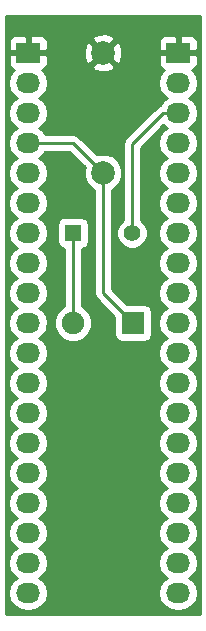
<source format=gbr>
G04 #@! TF.FileFunction,Copper,L1,Top,Signal*
%FSLAX46Y46*%
G04 Gerber Fmt 4.6, Leading zero omitted, Abs format (unit mm)*
G04 Created by KiCad (PCBNEW 4.0.3+e1-6302~38~ubuntu16.04.1-stable) date Thu Aug 25 17:12:51 2016*
%MOMM*%
%LPD*%
G01*
G04 APERTURE LIST*
%ADD10C,0.100000*%
%ADD11C,1.998980*%
%ADD12R,1.400000X1.400000*%
%ADD13C,1.400000*%
%ADD14R,1.905000X1.905000*%
%ADD15C,1.905000*%
%ADD16R,2.032000X1.727200*%
%ADD17O,2.032000X1.727200*%
%ADD18C,0.250000*%
%ADD19C,0.254000*%
G04 APERTURE END LIST*
D10*
D11*
X92710000Y-73660000D03*
X92710000Y-63500000D03*
D12*
X90170000Y-78740000D03*
D13*
X95170000Y-78740000D03*
D14*
X95250000Y-86360000D03*
D15*
X90170000Y-86360000D03*
D16*
X99060000Y-63500000D03*
D17*
X99060000Y-66040000D03*
X99060000Y-68580000D03*
X99060000Y-71120000D03*
X99060000Y-73660000D03*
X99060000Y-76200000D03*
X99060000Y-78740000D03*
X99060000Y-81280000D03*
X99060000Y-83820000D03*
X99060000Y-86360000D03*
X99060000Y-88900000D03*
X99060000Y-91440000D03*
X99060000Y-93980000D03*
X99060000Y-96520000D03*
X99060000Y-99060000D03*
X99060000Y-101600000D03*
X99060000Y-104140000D03*
X99060000Y-106680000D03*
X99060000Y-109220000D03*
D16*
X86360000Y-63500000D03*
D17*
X86360000Y-66040000D03*
X86360000Y-68580000D03*
X86360000Y-71120000D03*
X86360000Y-73660000D03*
X86360000Y-76200000D03*
X86360000Y-78740000D03*
X86360000Y-81280000D03*
X86360000Y-83820000D03*
X86360000Y-86360000D03*
X86360000Y-88900000D03*
X86360000Y-91440000D03*
X86360000Y-93980000D03*
X86360000Y-96520000D03*
X86360000Y-99060000D03*
X86360000Y-101600000D03*
X86360000Y-104140000D03*
X86360000Y-106680000D03*
X86360000Y-109220000D03*
D18*
X90170000Y-78740000D02*
X90170000Y-86360000D01*
X99060000Y-68580000D02*
X97790000Y-68580000D01*
X95170000Y-71200000D02*
X95170000Y-78740000D01*
X97790000Y-68580000D02*
X95170000Y-71200000D01*
X92710000Y-73660000D02*
X92710000Y-83820000D01*
X92710000Y-83820000D02*
X95250000Y-86360000D01*
X86360000Y-71120000D02*
X90170000Y-71120000D01*
X90170000Y-71120000D02*
X92710000Y-73660000D01*
D19*
G36*
X100890000Y-111050000D02*
X84530000Y-111050000D01*
X84530000Y-66040000D01*
X84676655Y-66040000D01*
X84790729Y-66613489D01*
X85115585Y-67099670D01*
X85430366Y-67310000D01*
X85115585Y-67520330D01*
X84790729Y-68006511D01*
X84676655Y-68580000D01*
X84790729Y-69153489D01*
X85115585Y-69639670D01*
X85430366Y-69850000D01*
X85115585Y-70060330D01*
X84790729Y-70546511D01*
X84676655Y-71120000D01*
X84790729Y-71693489D01*
X85115585Y-72179670D01*
X85430366Y-72390000D01*
X85115585Y-72600330D01*
X84790729Y-73086511D01*
X84676655Y-73660000D01*
X84790729Y-74233489D01*
X85115585Y-74719670D01*
X85430366Y-74930000D01*
X85115585Y-75140330D01*
X84790729Y-75626511D01*
X84676655Y-76200000D01*
X84790729Y-76773489D01*
X85115585Y-77259670D01*
X85430366Y-77470000D01*
X85115585Y-77680330D01*
X84790729Y-78166511D01*
X84676655Y-78740000D01*
X84790729Y-79313489D01*
X85115585Y-79799670D01*
X85430366Y-80010000D01*
X85115585Y-80220330D01*
X84790729Y-80706511D01*
X84676655Y-81280000D01*
X84790729Y-81853489D01*
X85115585Y-82339670D01*
X85430366Y-82550000D01*
X85115585Y-82760330D01*
X84790729Y-83246511D01*
X84676655Y-83820000D01*
X84790729Y-84393489D01*
X85115585Y-84879670D01*
X85430366Y-85090000D01*
X85115585Y-85300330D01*
X84790729Y-85786511D01*
X84676655Y-86360000D01*
X84790729Y-86933489D01*
X85115585Y-87419670D01*
X85430366Y-87630000D01*
X85115585Y-87840330D01*
X84790729Y-88326511D01*
X84676655Y-88900000D01*
X84790729Y-89473489D01*
X85115585Y-89959670D01*
X85430366Y-90170000D01*
X85115585Y-90380330D01*
X84790729Y-90866511D01*
X84676655Y-91440000D01*
X84790729Y-92013489D01*
X85115585Y-92499670D01*
X85430366Y-92710000D01*
X85115585Y-92920330D01*
X84790729Y-93406511D01*
X84676655Y-93980000D01*
X84790729Y-94553489D01*
X85115585Y-95039670D01*
X85430366Y-95250000D01*
X85115585Y-95460330D01*
X84790729Y-95946511D01*
X84676655Y-96520000D01*
X84790729Y-97093489D01*
X85115585Y-97579670D01*
X85430366Y-97790000D01*
X85115585Y-98000330D01*
X84790729Y-98486511D01*
X84676655Y-99060000D01*
X84790729Y-99633489D01*
X85115585Y-100119670D01*
X85430366Y-100330000D01*
X85115585Y-100540330D01*
X84790729Y-101026511D01*
X84676655Y-101600000D01*
X84790729Y-102173489D01*
X85115585Y-102659670D01*
X85430366Y-102870000D01*
X85115585Y-103080330D01*
X84790729Y-103566511D01*
X84676655Y-104140000D01*
X84790729Y-104713489D01*
X85115585Y-105199670D01*
X85430366Y-105410000D01*
X85115585Y-105620330D01*
X84790729Y-106106511D01*
X84676655Y-106680000D01*
X84790729Y-107253489D01*
X85115585Y-107739670D01*
X85430366Y-107950000D01*
X85115585Y-108160330D01*
X84790729Y-108646511D01*
X84676655Y-109220000D01*
X84790729Y-109793489D01*
X85115585Y-110279670D01*
X85601766Y-110604526D01*
X86175255Y-110718600D01*
X86544745Y-110718600D01*
X87118234Y-110604526D01*
X87604415Y-110279670D01*
X87929271Y-109793489D01*
X88043345Y-109220000D01*
X87929271Y-108646511D01*
X87604415Y-108160330D01*
X87289634Y-107950000D01*
X87604415Y-107739670D01*
X87929271Y-107253489D01*
X88043345Y-106680000D01*
X87929271Y-106106511D01*
X87604415Y-105620330D01*
X87289634Y-105410000D01*
X87604415Y-105199670D01*
X87929271Y-104713489D01*
X88043345Y-104140000D01*
X87929271Y-103566511D01*
X87604415Y-103080330D01*
X87289634Y-102870000D01*
X87604415Y-102659670D01*
X87929271Y-102173489D01*
X88043345Y-101600000D01*
X87929271Y-101026511D01*
X87604415Y-100540330D01*
X87289634Y-100330000D01*
X87604415Y-100119670D01*
X87929271Y-99633489D01*
X88043345Y-99060000D01*
X87929271Y-98486511D01*
X87604415Y-98000330D01*
X87289634Y-97790000D01*
X87604415Y-97579670D01*
X87929271Y-97093489D01*
X88043345Y-96520000D01*
X87929271Y-95946511D01*
X87604415Y-95460330D01*
X87289634Y-95250000D01*
X87604415Y-95039670D01*
X87929271Y-94553489D01*
X88043345Y-93980000D01*
X87929271Y-93406511D01*
X87604415Y-92920330D01*
X87289634Y-92710000D01*
X87604415Y-92499670D01*
X87929271Y-92013489D01*
X88043345Y-91440000D01*
X87929271Y-90866511D01*
X87604415Y-90380330D01*
X87289634Y-90170000D01*
X87604415Y-89959670D01*
X87929271Y-89473489D01*
X88043345Y-88900000D01*
X87929271Y-88326511D01*
X87604415Y-87840330D01*
X87289634Y-87630000D01*
X87604415Y-87419670D01*
X87929271Y-86933489D01*
X87980809Y-86674388D01*
X88582225Y-86674388D01*
X88823398Y-87258072D01*
X89269579Y-87705032D01*
X89852841Y-87947224D01*
X90484388Y-87947775D01*
X91068072Y-87706602D01*
X91515032Y-87260421D01*
X91757224Y-86677159D01*
X91757775Y-86045612D01*
X91516602Y-85461928D01*
X91070421Y-85014968D01*
X90930000Y-84956660D01*
X90930000Y-80076150D01*
X91105317Y-80043162D01*
X91321441Y-79904090D01*
X91466431Y-79691890D01*
X91517440Y-79440000D01*
X91517440Y-78040000D01*
X91473162Y-77804683D01*
X91334090Y-77588559D01*
X91121890Y-77443569D01*
X90870000Y-77392560D01*
X89470000Y-77392560D01*
X89234683Y-77436838D01*
X89018559Y-77575910D01*
X88873569Y-77788110D01*
X88822560Y-78040000D01*
X88822560Y-79440000D01*
X88866838Y-79675317D01*
X89005910Y-79891441D01*
X89218110Y-80036431D01*
X89410000Y-80075290D01*
X89410000Y-84956348D01*
X89271928Y-85013398D01*
X88824968Y-85459579D01*
X88582776Y-86042841D01*
X88582225Y-86674388D01*
X87980809Y-86674388D01*
X88043345Y-86360000D01*
X87929271Y-85786511D01*
X87604415Y-85300330D01*
X87289634Y-85090000D01*
X87604415Y-84879670D01*
X87929271Y-84393489D01*
X88043345Y-83820000D01*
X87929271Y-83246511D01*
X87604415Y-82760330D01*
X87289634Y-82550000D01*
X87604415Y-82339670D01*
X87929271Y-81853489D01*
X88043345Y-81280000D01*
X87929271Y-80706511D01*
X87604415Y-80220330D01*
X87289634Y-80010000D01*
X87604415Y-79799670D01*
X87929271Y-79313489D01*
X88043345Y-78740000D01*
X87929271Y-78166511D01*
X87604415Y-77680330D01*
X87289634Y-77470000D01*
X87604415Y-77259670D01*
X87929271Y-76773489D01*
X88043345Y-76200000D01*
X87929271Y-75626511D01*
X87604415Y-75140330D01*
X87289634Y-74930000D01*
X87604415Y-74719670D01*
X87929271Y-74233489D01*
X88043345Y-73660000D01*
X87929271Y-73086511D01*
X87604415Y-72600330D01*
X87289634Y-72390000D01*
X87604415Y-72179670D01*
X87804648Y-71880000D01*
X89855198Y-71880000D01*
X91144115Y-73168917D01*
X91075794Y-73333453D01*
X91075226Y-73983694D01*
X91323538Y-74584655D01*
X91782927Y-75044846D01*
X91950000Y-75114221D01*
X91950000Y-83820000D01*
X92007852Y-84110839D01*
X92172599Y-84357401D01*
X93650060Y-85834862D01*
X93650060Y-87312500D01*
X93694338Y-87547817D01*
X93833410Y-87763941D01*
X94045610Y-87908931D01*
X94297500Y-87959940D01*
X96202500Y-87959940D01*
X96437817Y-87915662D01*
X96653941Y-87776590D01*
X96798931Y-87564390D01*
X96849940Y-87312500D01*
X96849940Y-85407500D01*
X96805662Y-85172183D01*
X96666590Y-84956059D01*
X96454390Y-84811069D01*
X96202500Y-84760060D01*
X94724862Y-84760060D01*
X93470000Y-83505198D01*
X93470000Y-79004383D01*
X93834769Y-79004383D01*
X94037582Y-79495229D01*
X94412796Y-79871098D01*
X94903287Y-80074768D01*
X95434383Y-80075231D01*
X95925229Y-79872418D01*
X96301098Y-79497204D01*
X96504768Y-79006713D01*
X96505231Y-78475617D01*
X96302418Y-77984771D01*
X95930000Y-77611703D01*
X95930000Y-71514802D01*
X97811398Y-69633404D01*
X97815585Y-69639670D01*
X98130366Y-69850000D01*
X97815585Y-70060330D01*
X97490729Y-70546511D01*
X97376655Y-71120000D01*
X97490729Y-71693489D01*
X97815585Y-72179670D01*
X98130366Y-72390000D01*
X97815585Y-72600330D01*
X97490729Y-73086511D01*
X97376655Y-73660000D01*
X97490729Y-74233489D01*
X97815585Y-74719670D01*
X98130366Y-74930000D01*
X97815585Y-75140330D01*
X97490729Y-75626511D01*
X97376655Y-76200000D01*
X97490729Y-76773489D01*
X97815585Y-77259670D01*
X98130366Y-77470000D01*
X97815585Y-77680330D01*
X97490729Y-78166511D01*
X97376655Y-78740000D01*
X97490729Y-79313489D01*
X97815585Y-79799670D01*
X98130366Y-80010000D01*
X97815585Y-80220330D01*
X97490729Y-80706511D01*
X97376655Y-81280000D01*
X97490729Y-81853489D01*
X97815585Y-82339670D01*
X98130366Y-82550000D01*
X97815585Y-82760330D01*
X97490729Y-83246511D01*
X97376655Y-83820000D01*
X97490729Y-84393489D01*
X97815585Y-84879670D01*
X98130366Y-85090000D01*
X97815585Y-85300330D01*
X97490729Y-85786511D01*
X97376655Y-86360000D01*
X97490729Y-86933489D01*
X97815585Y-87419670D01*
X98130366Y-87630000D01*
X97815585Y-87840330D01*
X97490729Y-88326511D01*
X97376655Y-88900000D01*
X97490729Y-89473489D01*
X97815585Y-89959670D01*
X98130366Y-90170000D01*
X97815585Y-90380330D01*
X97490729Y-90866511D01*
X97376655Y-91440000D01*
X97490729Y-92013489D01*
X97815585Y-92499670D01*
X98130366Y-92710000D01*
X97815585Y-92920330D01*
X97490729Y-93406511D01*
X97376655Y-93980000D01*
X97490729Y-94553489D01*
X97815585Y-95039670D01*
X98130366Y-95250000D01*
X97815585Y-95460330D01*
X97490729Y-95946511D01*
X97376655Y-96520000D01*
X97490729Y-97093489D01*
X97815585Y-97579670D01*
X98130366Y-97790000D01*
X97815585Y-98000330D01*
X97490729Y-98486511D01*
X97376655Y-99060000D01*
X97490729Y-99633489D01*
X97815585Y-100119670D01*
X98130366Y-100330000D01*
X97815585Y-100540330D01*
X97490729Y-101026511D01*
X97376655Y-101600000D01*
X97490729Y-102173489D01*
X97815585Y-102659670D01*
X98130366Y-102870000D01*
X97815585Y-103080330D01*
X97490729Y-103566511D01*
X97376655Y-104140000D01*
X97490729Y-104713489D01*
X97815585Y-105199670D01*
X98130366Y-105410000D01*
X97815585Y-105620330D01*
X97490729Y-106106511D01*
X97376655Y-106680000D01*
X97490729Y-107253489D01*
X97815585Y-107739670D01*
X98130366Y-107950000D01*
X97815585Y-108160330D01*
X97490729Y-108646511D01*
X97376655Y-109220000D01*
X97490729Y-109793489D01*
X97815585Y-110279670D01*
X98301766Y-110604526D01*
X98875255Y-110718600D01*
X99244745Y-110718600D01*
X99818234Y-110604526D01*
X100304415Y-110279670D01*
X100629271Y-109793489D01*
X100743345Y-109220000D01*
X100629271Y-108646511D01*
X100304415Y-108160330D01*
X99989634Y-107950000D01*
X100304415Y-107739670D01*
X100629271Y-107253489D01*
X100743345Y-106680000D01*
X100629271Y-106106511D01*
X100304415Y-105620330D01*
X99989634Y-105410000D01*
X100304415Y-105199670D01*
X100629271Y-104713489D01*
X100743345Y-104140000D01*
X100629271Y-103566511D01*
X100304415Y-103080330D01*
X99989634Y-102870000D01*
X100304415Y-102659670D01*
X100629271Y-102173489D01*
X100743345Y-101600000D01*
X100629271Y-101026511D01*
X100304415Y-100540330D01*
X99989634Y-100330000D01*
X100304415Y-100119670D01*
X100629271Y-99633489D01*
X100743345Y-99060000D01*
X100629271Y-98486511D01*
X100304415Y-98000330D01*
X99989634Y-97790000D01*
X100304415Y-97579670D01*
X100629271Y-97093489D01*
X100743345Y-96520000D01*
X100629271Y-95946511D01*
X100304415Y-95460330D01*
X99989634Y-95250000D01*
X100304415Y-95039670D01*
X100629271Y-94553489D01*
X100743345Y-93980000D01*
X100629271Y-93406511D01*
X100304415Y-92920330D01*
X99989634Y-92710000D01*
X100304415Y-92499670D01*
X100629271Y-92013489D01*
X100743345Y-91440000D01*
X100629271Y-90866511D01*
X100304415Y-90380330D01*
X99989634Y-90170000D01*
X100304415Y-89959670D01*
X100629271Y-89473489D01*
X100743345Y-88900000D01*
X100629271Y-88326511D01*
X100304415Y-87840330D01*
X99989634Y-87630000D01*
X100304415Y-87419670D01*
X100629271Y-86933489D01*
X100743345Y-86360000D01*
X100629271Y-85786511D01*
X100304415Y-85300330D01*
X99989634Y-85090000D01*
X100304415Y-84879670D01*
X100629271Y-84393489D01*
X100743345Y-83820000D01*
X100629271Y-83246511D01*
X100304415Y-82760330D01*
X99989634Y-82550000D01*
X100304415Y-82339670D01*
X100629271Y-81853489D01*
X100743345Y-81280000D01*
X100629271Y-80706511D01*
X100304415Y-80220330D01*
X99989634Y-80010000D01*
X100304415Y-79799670D01*
X100629271Y-79313489D01*
X100743345Y-78740000D01*
X100629271Y-78166511D01*
X100304415Y-77680330D01*
X99989634Y-77470000D01*
X100304415Y-77259670D01*
X100629271Y-76773489D01*
X100743345Y-76200000D01*
X100629271Y-75626511D01*
X100304415Y-75140330D01*
X99989634Y-74930000D01*
X100304415Y-74719670D01*
X100629271Y-74233489D01*
X100743345Y-73660000D01*
X100629271Y-73086511D01*
X100304415Y-72600330D01*
X99989634Y-72390000D01*
X100304415Y-72179670D01*
X100629271Y-71693489D01*
X100743345Y-71120000D01*
X100629271Y-70546511D01*
X100304415Y-70060330D01*
X99989634Y-69850000D01*
X100304415Y-69639670D01*
X100629271Y-69153489D01*
X100743345Y-68580000D01*
X100629271Y-68006511D01*
X100304415Y-67520330D01*
X99989634Y-67310000D01*
X100304415Y-67099670D01*
X100629271Y-66613489D01*
X100743345Y-66040000D01*
X100629271Y-65466511D01*
X100304415Y-64980330D01*
X100282220Y-64965500D01*
X100435699Y-64901927D01*
X100614327Y-64723298D01*
X100711000Y-64489909D01*
X100711000Y-63785750D01*
X100552250Y-63627000D01*
X99187000Y-63627000D01*
X99187000Y-63647000D01*
X98933000Y-63647000D01*
X98933000Y-63627000D01*
X97567750Y-63627000D01*
X97409000Y-63785750D01*
X97409000Y-64489909D01*
X97505673Y-64723298D01*
X97684301Y-64901927D01*
X97837780Y-64965500D01*
X97815585Y-64980330D01*
X97490729Y-65466511D01*
X97376655Y-66040000D01*
X97490729Y-66613489D01*
X97815585Y-67099670D01*
X98130366Y-67310000D01*
X97815585Y-67520330D01*
X97588581Y-67860065D01*
X97499161Y-67877852D01*
X97252599Y-68042599D01*
X94632599Y-70662599D01*
X94467852Y-70909161D01*
X94410000Y-71200000D01*
X94410000Y-77612345D01*
X94038902Y-77982796D01*
X93835232Y-78473287D01*
X93834769Y-79004383D01*
X93470000Y-79004383D01*
X93470000Y-75114496D01*
X93634655Y-75046462D01*
X94094846Y-74587073D01*
X94344206Y-73986547D01*
X94344774Y-73336306D01*
X94096462Y-72735345D01*
X93637073Y-72275154D01*
X93036547Y-72025794D01*
X92386306Y-72025226D01*
X92219111Y-72094309D01*
X90707401Y-70582599D01*
X90460839Y-70417852D01*
X90170000Y-70360000D01*
X87804648Y-70360000D01*
X87604415Y-70060330D01*
X87289634Y-69850000D01*
X87604415Y-69639670D01*
X87929271Y-69153489D01*
X88043345Y-68580000D01*
X87929271Y-68006511D01*
X87604415Y-67520330D01*
X87289634Y-67310000D01*
X87604415Y-67099670D01*
X87929271Y-66613489D01*
X88043345Y-66040000D01*
X87929271Y-65466511D01*
X87604415Y-64980330D01*
X87582220Y-64965500D01*
X87735699Y-64901927D01*
X87914327Y-64723298D01*
X87943792Y-64652163D01*
X91737443Y-64652163D01*
X91836042Y-64918965D01*
X92445582Y-65145401D01*
X93095377Y-65121341D01*
X93583958Y-64918965D01*
X93682557Y-64652163D01*
X92710000Y-63679605D01*
X91737443Y-64652163D01*
X87943792Y-64652163D01*
X88011000Y-64489909D01*
X88011000Y-63785750D01*
X87852250Y-63627000D01*
X86487000Y-63627000D01*
X86487000Y-63647000D01*
X86233000Y-63647000D01*
X86233000Y-63627000D01*
X84867750Y-63627000D01*
X84709000Y-63785750D01*
X84709000Y-64489909D01*
X84805673Y-64723298D01*
X84984301Y-64901927D01*
X85137780Y-64965500D01*
X85115585Y-64980330D01*
X84790729Y-65466511D01*
X84676655Y-66040000D01*
X84530000Y-66040000D01*
X84530000Y-62510091D01*
X84709000Y-62510091D01*
X84709000Y-63214250D01*
X84867750Y-63373000D01*
X86233000Y-63373000D01*
X86233000Y-62160150D01*
X86487000Y-62160150D01*
X86487000Y-63373000D01*
X87852250Y-63373000D01*
X87989668Y-63235582D01*
X91064599Y-63235582D01*
X91088659Y-63885377D01*
X91291035Y-64373958D01*
X91557837Y-64472557D01*
X92530395Y-63500000D01*
X92889605Y-63500000D01*
X93862163Y-64472557D01*
X94128965Y-64373958D01*
X94355401Y-63764418D01*
X94331341Y-63114623D01*
X94128965Y-62626042D01*
X93862163Y-62527443D01*
X92889605Y-63500000D01*
X92530395Y-63500000D01*
X91557837Y-62527443D01*
X91291035Y-62626042D01*
X91064599Y-63235582D01*
X87989668Y-63235582D01*
X88011000Y-63214250D01*
X88011000Y-62510091D01*
X87943793Y-62347837D01*
X91737443Y-62347837D01*
X92710000Y-63320395D01*
X93520303Y-62510091D01*
X97409000Y-62510091D01*
X97409000Y-63214250D01*
X97567750Y-63373000D01*
X98933000Y-63373000D01*
X98933000Y-62160150D01*
X99187000Y-62160150D01*
X99187000Y-63373000D01*
X100552250Y-63373000D01*
X100711000Y-63214250D01*
X100711000Y-62510091D01*
X100614327Y-62276702D01*
X100435699Y-62098073D01*
X100202310Y-62001400D01*
X99345750Y-62001400D01*
X99187000Y-62160150D01*
X98933000Y-62160150D01*
X98774250Y-62001400D01*
X97917690Y-62001400D01*
X97684301Y-62098073D01*
X97505673Y-62276702D01*
X97409000Y-62510091D01*
X93520303Y-62510091D01*
X93682557Y-62347837D01*
X93583958Y-62081035D01*
X92974418Y-61854599D01*
X92324623Y-61878659D01*
X91836042Y-62081035D01*
X91737443Y-62347837D01*
X87943793Y-62347837D01*
X87914327Y-62276702D01*
X87735699Y-62098073D01*
X87502310Y-62001400D01*
X86645750Y-62001400D01*
X86487000Y-62160150D01*
X86233000Y-62160150D01*
X86074250Y-62001400D01*
X85217690Y-62001400D01*
X84984301Y-62098073D01*
X84805673Y-62276702D01*
X84709000Y-62510091D01*
X84530000Y-62510091D01*
X84530000Y-60400000D01*
X100890000Y-60400000D01*
X100890000Y-111050000D01*
X100890000Y-111050000D01*
G37*
X100890000Y-111050000D02*
X84530000Y-111050000D01*
X84530000Y-66040000D01*
X84676655Y-66040000D01*
X84790729Y-66613489D01*
X85115585Y-67099670D01*
X85430366Y-67310000D01*
X85115585Y-67520330D01*
X84790729Y-68006511D01*
X84676655Y-68580000D01*
X84790729Y-69153489D01*
X85115585Y-69639670D01*
X85430366Y-69850000D01*
X85115585Y-70060330D01*
X84790729Y-70546511D01*
X84676655Y-71120000D01*
X84790729Y-71693489D01*
X85115585Y-72179670D01*
X85430366Y-72390000D01*
X85115585Y-72600330D01*
X84790729Y-73086511D01*
X84676655Y-73660000D01*
X84790729Y-74233489D01*
X85115585Y-74719670D01*
X85430366Y-74930000D01*
X85115585Y-75140330D01*
X84790729Y-75626511D01*
X84676655Y-76200000D01*
X84790729Y-76773489D01*
X85115585Y-77259670D01*
X85430366Y-77470000D01*
X85115585Y-77680330D01*
X84790729Y-78166511D01*
X84676655Y-78740000D01*
X84790729Y-79313489D01*
X85115585Y-79799670D01*
X85430366Y-80010000D01*
X85115585Y-80220330D01*
X84790729Y-80706511D01*
X84676655Y-81280000D01*
X84790729Y-81853489D01*
X85115585Y-82339670D01*
X85430366Y-82550000D01*
X85115585Y-82760330D01*
X84790729Y-83246511D01*
X84676655Y-83820000D01*
X84790729Y-84393489D01*
X85115585Y-84879670D01*
X85430366Y-85090000D01*
X85115585Y-85300330D01*
X84790729Y-85786511D01*
X84676655Y-86360000D01*
X84790729Y-86933489D01*
X85115585Y-87419670D01*
X85430366Y-87630000D01*
X85115585Y-87840330D01*
X84790729Y-88326511D01*
X84676655Y-88900000D01*
X84790729Y-89473489D01*
X85115585Y-89959670D01*
X85430366Y-90170000D01*
X85115585Y-90380330D01*
X84790729Y-90866511D01*
X84676655Y-91440000D01*
X84790729Y-92013489D01*
X85115585Y-92499670D01*
X85430366Y-92710000D01*
X85115585Y-92920330D01*
X84790729Y-93406511D01*
X84676655Y-93980000D01*
X84790729Y-94553489D01*
X85115585Y-95039670D01*
X85430366Y-95250000D01*
X85115585Y-95460330D01*
X84790729Y-95946511D01*
X84676655Y-96520000D01*
X84790729Y-97093489D01*
X85115585Y-97579670D01*
X85430366Y-97790000D01*
X85115585Y-98000330D01*
X84790729Y-98486511D01*
X84676655Y-99060000D01*
X84790729Y-99633489D01*
X85115585Y-100119670D01*
X85430366Y-100330000D01*
X85115585Y-100540330D01*
X84790729Y-101026511D01*
X84676655Y-101600000D01*
X84790729Y-102173489D01*
X85115585Y-102659670D01*
X85430366Y-102870000D01*
X85115585Y-103080330D01*
X84790729Y-103566511D01*
X84676655Y-104140000D01*
X84790729Y-104713489D01*
X85115585Y-105199670D01*
X85430366Y-105410000D01*
X85115585Y-105620330D01*
X84790729Y-106106511D01*
X84676655Y-106680000D01*
X84790729Y-107253489D01*
X85115585Y-107739670D01*
X85430366Y-107950000D01*
X85115585Y-108160330D01*
X84790729Y-108646511D01*
X84676655Y-109220000D01*
X84790729Y-109793489D01*
X85115585Y-110279670D01*
X85601766Y-110604526D01*
X86175255Y-110718600D01*
X86544745Y-110718600D01*
X87118234Y-110604526D01*
X87604415Y-110279670D01*
X87929271Y-109793489D01*
X88043345Y-109220000D01*
X87929271Y-108646511D01*
X87604415Y-108160330D01*
X87289634Y-107950000D01*
X87604415Y-107739670D01*
X87929271Y-107253489D01*
X88043345Y-106680000D01*
X87929271Y-106106511D01*
X87604415Y-105620330D01*
X87289634Y-105410000D01*
X87604415Y-105199670D01*
X87929271Y-104713489D01*
X88043345Y-104140000D01*
X87929271Y-103566511D01*
X87604415Y-103080330D01*
X87289634Y-102870000D01*
X87604415Y-102659670D01*
X87929271Y-102173489D01*
X88043345Y-101600000D01*
X87929271Y-101026511D01*
X87604415Y-100540330D01*
X87289634Y-100330000D01*
X87604415Y-100119670D01*
X87929271Y-99633489D01*
X88043345Y-99060000D01*
X87929271Y-98486511D01*
X87604415Y-98000330D01*
X87289634Y-97790000D01*
X87604415Y-97579670D01*
X87929271Y-97093489D01*
X88043345Y-96520000D01*
X87929271Y-95946511D01*
X87604415Y-95460330D01*
X87289634Y-95250000D01*
X87604415Y-95039670D01*
X87929271Y-94553489D01*
X88043345Y-93980000D01*
X87929271Y-93406511D01*
X87604415Y-92920330D01*
X87289634Y-92710000D01*
X87604415Y-92499670D01*
X87929271Y-92013489D01*
X88043345Y-91440000D01*
X87929271Y-90866511D01*
X87604415Y-90380330D01*
X87289634Y-90170000D01*
X87604415Y-89959670D01*
X87929271Y-89473489D01*
X88043345Y-88900000D01*
X87929271Y-88326511D01*
X87604415Y-87840330D01*
X87289634Y-87630000D01*
X87604415Y-87419670D01*
X87929271Y-86933489D01*
X87980809Y-86674388D01*
X88582225Y-86674388D01*
X88823398Y-87258072D01*
X89269579Y-87705032D01*
X89852841Y-87947224D01*
X90484388Y-87947775D01*
X91068072Y-87706602D01*
X91515032Y-87260421D01*
X91757224Y-86677159D01*
X91757775Y-86045612D01*
X91516602Y-85461928D01*
X91070421Y-85014968D01*
X90930000Y-84956660D01*
X90930000Y-80076150D01*
X91105317Y-80043162D01*
X91321441Y-79904090D01*
X91466431Y-79691890D01*
X91517440Y-79440000D01*
X91517440Y-78040000D01*
X91473162Y-77804683D01*
X91334090Y-77588559D01*
X91121890Y-77443569D01*
X90870000Y-77392560D01*
X89470000Y-77392560D01*
X89234683Y-77436838D01*
X89018559Y-77575910D01*
X88873569Y-77788110D01*
X88822560Y-78040000D01*
X88822560Y-79440000D01*
X88866838Y-79675317D01*
X89005910Y-79891441D01*
X89218110Y-80036431D01*
X89410000Y-80075290D01*
X89410000Y-84956348D01*
X89271928Y-85013398D01*
X88824968Y-85459579D01*
X88582776Y-86042841D01*
X88582225Y-86674388D01*
X87980809Y-86674388D01*
X88043345Y-86360000D01*
X87929271Y-85786511D01*
X87604415Y-85300330D01*
X87289634Y-85090000D01*
X87604415Y-84879670D01*
X87929271Y-84393489D01*
X88043345Y-83820000D01*
X87929271Y-83246511D01*
X87604415Y-82760330D01*
X87289634Y-82550000D01*
X87604415Y-82339670D01*
X87929271Y-81853489D01*
X88043345Y-81280000D01*
X87929271Y-80706511D01*
X87604415Y-80220330D01*
X87289634Y-80010000D01*
X87604415Y-79799670D01*
X87929271Y-79313489D01*
X88043345Y-78740000D01*
X87929271Y-78166511D01*
X87604415Y-77680330D01*
X87289634Y-77470000D01*
X87604415Y-77259670D01*
X87929271Y-76773489D01*
X88043345Y-76200000D01*
X87929271Y-75626511D01*
X87604415Y-75140330D01*
X87289634Y-74930000D01*
X87604415Y-74719670D01*
X87929271Y-74233489D01*
X88043345Y-73660000D01*
X87929271Y-73086511D01*
X87604415Y-72600330D01*
X87289634Y-72390000D01*
X87604415Y-72179670D01*
X87804648Y-71880000D01*
X89855198Y-71880000D01*
X91144115Y-73168917D01*
X91075794Y-73333453D01*
X91075226Y-73983694D01*
X91323538Y-74584655D01*
X91782927Y-75044846D01*
X91950000Y-75114221D01*
X91950000Y-83820000D01*
X92007852Y-84110839D01*
X92172599Y-84357401D01*
X93650060Y-85834862D01*
X93650060Y-87312500D01*
X93694338Y-87547817D01*
X93833410Y-87763941D01*
X94045610Y-87908931D01*
X94297500Y-87959940D01*
X96202500Y-87959940D01*
X96437817Y-87915662D01*
X96653941Y-87776590D01*
X96798931Y-87564390D01*
X96849940Y-87312500D01*
X96849940Y-85407500D01*
X96805662Y-85172183D01*
X96666590Y-84956059D01*
X96454390Y-84811069D01*
X96202500Y-84760060D01*
X94724862Y-84760060D01*
X93470000Y-83505198D01*
X93470000Y-79004383D01*
X93834769Y-79004383D01*
X94037582Y-79495229D01*
X94412796Y-79871098D01*
X94903287Y-80074768D01*
X95434383Y-80075231D01*
X95925229Y-79872418D01*
X96301098Y-79497204D01*
X96504768Y-79006713D01*
X96505231Y-78475617D01*
X96302418Y-77984771D01*
X95930000Y-77611703D01*
X95930000Y-71514802D01*
X97811398Y-69633404D01*
X97815585Y-69639670D01*
X98130366Y-69850000D01*
X97815585Y-70060330D01*
X97490729Y-70546511D01*
X97376655Y-71120000D01*
X97490729Y-71693489D01*
X97815585Y-72179670D01*
X98130366Y-72390000D01*
X97815585Y-72600330D01*
X97490729Y-73086511D01*
X97376655Y-73660000D01*
X97490729Y-74233489D01*
X97815585Y-74719670D01*
X98130366Y-74930000D01*
X97815585Y-75140330D01*
X97490729Y-75626511D01*
X97376655Y-76200000D01*
X97490729Y-76773489D01*
X97815585Y-77259670D01*
X98130366Y-77470000D01*
X97815585Y-77680330D01*
X97490729Y-78166511D01*
X97376655Y-78740000D01*
X97490729Y-79313489D01*
X97815585Y-79799670D01*
X98130366Y-80010000D01*
X97815585Y-80220330D01*
X97490729Y-80706511D01*
X97376655Y-81280000D01*
X97490729Y-81853489D01*
X97815585Y-82339670D01*
X98130366Y-82550000D01*
X97815585Y-82760330D01*
X97490729Y-83246511D01*
X97376655Y-83820000D01*
X97490729Y-84393489D01*
X97815585Y-84879670D01*
X98130366Y-85090000D01*
X97815585Y-85300330D01*
X97490729Y-85786511D01*
X97376655Y-86360000D01*
X97490729Y-86933489D01*
X97815585Y-87419670D01*
X98130366Y-87630000D01*
X97815585Y-87840330D01*
X97490729Y-88326511D01*
X97376655Y-88900000D01*
X97490729Y-89473489D01*
X97815585Y-89959670D01*
X98130366Y-90170000D01*
X97815585Y-90380330D01*
X97490729Y-90866511D01*
X97376655Y-91440000D01*
X97490729Y-92013489D01*
X97815585Y-92499670D01*
X98130366Y-92710000D01*
X97815585Y-92920330D01*
X97490729Y-93406511D01*
X97376655Y-93980000D01*
X97490729Y-94553489D01*
X97815585Y-95039670D01*
X98130366Y-95250000D01*
X97815585Y-95460330D01*
X97490729Y-95946511D01*
X97376655Y-96520000D01*
X97490729Y-97093489D01*
X97815585Y-97579670D01*
X98130366Y-97790000D01*
X97815585Y-98000330D01*
X97490729Y-98486511D01*
X97376655Y-99060000D01*
X97490729Y-99633489D01*
X97815585Y-100119670D01*
X98130366Y-100330000D01*
X97815585Y-100540330D01*
X97490729Y-101026511D01*
X97376655Y-101600000D01*
X97490729Y-102173489D01*
X97815585Y-102659670D01*
X98130366Y-102870000D01*
X97815585Y-103080330D01*
X97490729Y-103566511D01*
X97376655Y-104140000D01*
X97490729Y-104713489D01*
X97815585Y-105199670D01*
X98130366Y-105410000D01*
X97815585Y-105620330D01*
X97490729Y-106106511D01*
X97376655Y-106680000D01*
X97490729Y-107253489D01*
X97815585Y-107739670D01*
X98130366Y-107950000D01*
X97815585Y-108160330D01*
X97490729Y-108646511D01*
X97376655Y-109220000D01*
X97490729Y-109793489D01*
X97815585Y-110279670D01*
X98301766Y-110604526D01*
X98875255Y-110718600D01*
X99244745Y-110718600D01*
X99818234Y-110604526D01*
X100304415Y-110279670D01*
X100629271Y-109793489D01*
X100743345Y-109220000D01*
X100629271Y-108646511D01*
X100304415Y-108160330D01*
X99989634Y-107950000D01*
X100304415Y-107739670D01*
X100629271Y-107253489D01*
X100743345Y-106680000D01*
X100629271Y-106106511D01*
X100304415Y-105620330D01*
X99989634Y-105410000D01*
X100304415Y-105199670D01*
X100629271Y-104713489D01*
X100743345Y-104140000D01*
X100629271Y-103566511D01*
X100304415Y-103080330D01*
X99989634Y-102870000D01*
X100304415Y-102659670D01*
X100629271Y-102173489D01*
X100743345Y-101600000D01*
X100629271Y-101026511D01*
X100304415Y-100540330D01*
X99989634Y-100330000D01*
X100304415Y-100119670D01*
X100629271Y-99633489D01*
X100743345Y-99060000D01*
X100629271Y-98486511D01*
X100304415Y-98000330D01*
X99989634Y-97790000D01*
X100304415Y-97579670D01*
X100629271Y-97093489D01*
X100743345Y-96520000D01*
X100629271Y-95946511D01*
X100304415Y-95460330D01*
X99989634Y-95250000D01*
X100304415Y-95039670D01*
X100629271Y-94553489D01*
X100743345Y-93980000D01*
X100629271Y-93406511D01*
X100304415Y-92920330D01*
X99989634Y-92710000D01*
X100304415Y-92499670D01*
X100629271Y-92013489D01*
X100743345Y-91440000D01*
X100629271Y-90866511D01*
X100304415Y-90380330D01*
X99989634Y-90170000D01*
X100304415Y-89959670D01*
X100629271Y-89473489D01*
X100743345Y-88900000D01*
X100629271Y-88326511D01*
X100304415Y-87840330D01*
X99989634Y-87630000D01*
X100304415Y-87419670D01*
X100629271Y-86933489D01*
X100743345Y-86360000D01*
X100629271Y-85786511D01*
X100304415Y-85300330D01*
X99989634Y-85090000D01*
X100304415Y-84879670D01*
X100629271Y-84393489D01*
X100743345Y-83820000D01*
X100629271Y-83246511D01*
X100304415Y-82760330D01*
X99989634Y-82550000D01*
X100304415Y-82339670D01*
X100629271Y-81853489D01*
X100743345Y-81280000D01*
X100629271Y-80706511D01*
X100304415Y-80220330D01*
X99989634Y-80010000D01*
X100304415Y-79799670D01*
X100629271Y-79313489D01*
X100743345Y-78740000D01*
X100629271Y-78166511D01*
X100304415Y-77680330D01*
X99989634Y-77470000D01*
X100304415Y-77259670D01*
X100629271Y-76773489D01*
X100743345Y-76200000D01*
X100629271Y-75626511D01*
X100304415Y-75140330D01*
X99989634Y-74930000D01*
X100304415Y-74719670D01*
X100629271Y-74233489D01*
X100743345Y-73660000D01*
X100629271Y-73086511D01*
X100304415Y-72600330D01*
X99989634Y-72390000D01*
X100304415Y-72179670D01*
X100629271Y-71693489D01*
X100743345Y-71120000D01*
X100629271Y-70546511D01*
X100304415Y-70060330D01*
X99989634Y-69850000D01*
X100304415Y-69639670D01*
X100629271Y-69153489D01*
X100743345Y-68580000D01*
X100629271Y-68006511D01*
X100304415Y-67520330D01*
X99989634Y-67310000D01*
X100304415Y-67099670D01*
X100629271Y-66613489D01*
X100743345Y-66040000D01*
X100629271Y-65466511D01*
X100304415Y-64980330D01*
X100282220Y-64965500D01*
X100435699Y-64901927D01*
X100614327Y-64723298D01*
X100711000Y-64489909D01*
X100711000Y-63785750D01*
X100552250Y-63627000D01*
X99187000Y-63627000D01*
X99187000Y-63647000D01*
X98933000Y-63647000D01*
X98933000Y-63627000D01*
X97567750Y-63627000D01*
X97409000Y-63785750D01*
X97409000Y-64489909D01*
X97505673Y-64723298D01*
X97684301Y-64901927D01*
X97837780Y-64965500D01*
X97815585Y-64980330D01*
X97490729Y-65466511D01*
X97376655Y-66040000D01*
X97490729Y-66613489D01*
X97815585Y-67099670D01*
X98130366Y-67310000D01*
X97815585Y-67520330D01*
X97588581Y-67860065D01*
X97499161Y-67877852D01*
X97252599Y-68042599D01*
X94632599Y-70662599D01*
X94467852Y-70909161D01*
X94410000Y-71200000D01*
X94410000Y-77612345D01*
X94038902Y-77982796D01*
X93835232Y-78473287D01*
X93834769Y-79004383D01*
X93470000Y-79004383D01*
X93470000Y-75114496D01*
X93634655Y-75046462D01*
X94094846Y-74587073D01*
X94344206Y-73986547D01*
X94344774Y-73336306D01*
X94096462Y-72735345D01*
X93637073Y-72275154D01*
X93036547Y-72025794D01*
X92386306Y-72025226D01*
X92219111Y-72094309D01*
X90707401Y-70582599D01*
X90460839Y-70417852D01*
X90170000Y-70360000D01*
X87804648Y-70360000D01*
X87604415Y-70060330D01*
X87289634Y-69850000D01*
X87604415Y-69639670D01*
X87929271Y-69153489D01*
X88043345Y-68580000D01*
X87929271Y-68006511D01*
X87604415Y-67520330D01*
X87289634Y-67310000D01*
X87604415Y-67099670D01*
X87929271Y-66613489D01*
X88043345Y-66040000D01*
X87929271Y-65466511D01*
X87604415Y-64980330D01*
X87582220Y-64965500D01*
X87735699Y-64901927D01*
X87914327Y-64723298D01*
X87943792Y-64652163D01*
X91737443Y-64652163D01*
X91836042Y-64918965D01*
X92445582Y-65145401D01*
X93095377Y-65121341D01*
X93583958Y-64918965D01*
X93682557Y-64652163D01*
X92710000Y-63679605D01*
X91737443Y-64652163D01*
X87943792Y-64652163D01*
X88011000Y-64489909D01*
X88011000Y-63785750D01*
X87852250Y-63627000D01*
X86487000Y-63627000D01*
X86487000Y-63647000D01*
X86233000Y-63647000D01*
X86233000Y-63627000D01*
X84867750Y-63627000D01*
X84709000Y-63785750D01*
X84709000Y-64489909D01*
X84805673Y-64723298D01*
X84984301Y-64901927D01*
X85137780Y-64965500D01*
X85115585Y-64980330D01*
X84790729Y-65466511D01*
X84676655Y-66040000D01*
X84530000Y-66040000D01*
X84530000Y-62510091D01*
X84709000Y-62510091D01*
X84709000Y-63214250D01*
X84867750Y-63373000D01*
X86233000Y-63373000D01*
X86233000Y-62160150D01*
X86487000Y-62160150D01*
X86487000Y-63373000D01*
X87852250Y-63373000D01*
X87989668Y-63235582D01*
X91064599Y-63235582D01*
X91088659Y-63885377D01*
X91291035Y-64373958D01*
X91557837Y-64472557D01*
X92530395Y-63500000D01*
X92889605Y-63500000D01*
X93862163Y-64472557D01*
X94128965Y-64373958D01*
X94355401Y-63764418D01*
X94331341Y-63114623D01*
X94128965Y-62626042D01*
X93862163Y-62527443D01*
X92889605Y-63500000D01*
X92530395Y-63500000D01*
X91557837Y-62527443D01*
X91291035Y-62626042D01*
X91064599Y-63235582D01*
X87989668Y-63235582D01*
X88011000Y-63214250D01*
X88011000Y-62510091D01*
X87943793Y-62347837D01*
X91737443Y-62347837D01*
X92710000Y-63320395D01*
X93520303Y-62510091D01*
X97409000Y-62510091D01*
X97409000Y-63214250D01*
X97567750Y-63373000D01*
X98933000Y-63373000D01*
X98933000Y-62160150D01*
X99187000Y-62160150D01*
X99187000Y-63373000D01*
X100552250Y-63373000D01*
X100711000Y-63214250D01*
X100711000Y-62510091D01*
X100614327Y-62276702D01*
X100435699Y-62098073D01*
X100202310Y-62001400D01*
X99345750Y-62001400D01*
X99187000Y-62160150D01*
X98933000Y-62160150D01*
X98774250Y-62001400D01*
X97917690Y-62001400D01*
X97684301Y-62098073D01*
X97505673Y-62276702D01*
X97409000Y-62510091D01*
X93520303Y-62510091D01*
X93682557Y-62347837D01*
X93583958Y-62081035D01*
X92974418Y-61854599D01*
X92324623Y-61878659D01*
X91836042Y-62081035D01*
X91737443Y-62347837D01*
X87943793Y-62347837D01*
X87914327Y-62276702D01*
X87735699Y-62098073D01*
X87502310Y-62001400D01*
X86645750Y-62001400D01*
X86487000Y-62160150D01*
X86233000Y-62160150D01*
X86074250Y-62001400D01*
X85217690Y-62001400D01*
X84984301Y-62098073D01*
X84805673Y-62276702D01*
X84709000Y-62510091D01*
X84530000Y-62510091D01*
X84530000Y-60400000D01*
X100890000Y-60400000D01*
X100890000Y-111050000D01*
M02*

</source>
